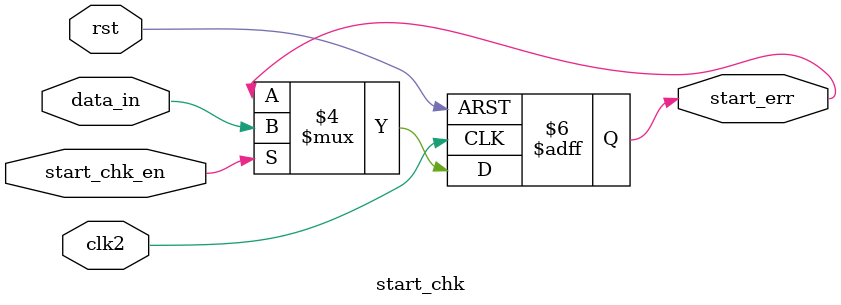
<source format=v>
`timescale 1ns / 1ps


module start_chk(
    input clk2,
    input rst,
    input data_in,
    input start_chk_en,
    output reg start_err
    );
    
    
      
    always @(posedge clk2 or negedge rst) begin
        if(!rst) begin
            start_err <=0;
        end
        else begin
            if(start_chk_en) begin
              
                    start_err <=data_in;
                end
                else begin
                    start_err <= start_err;
                end
            end
        end
    
endmodule

</source>
